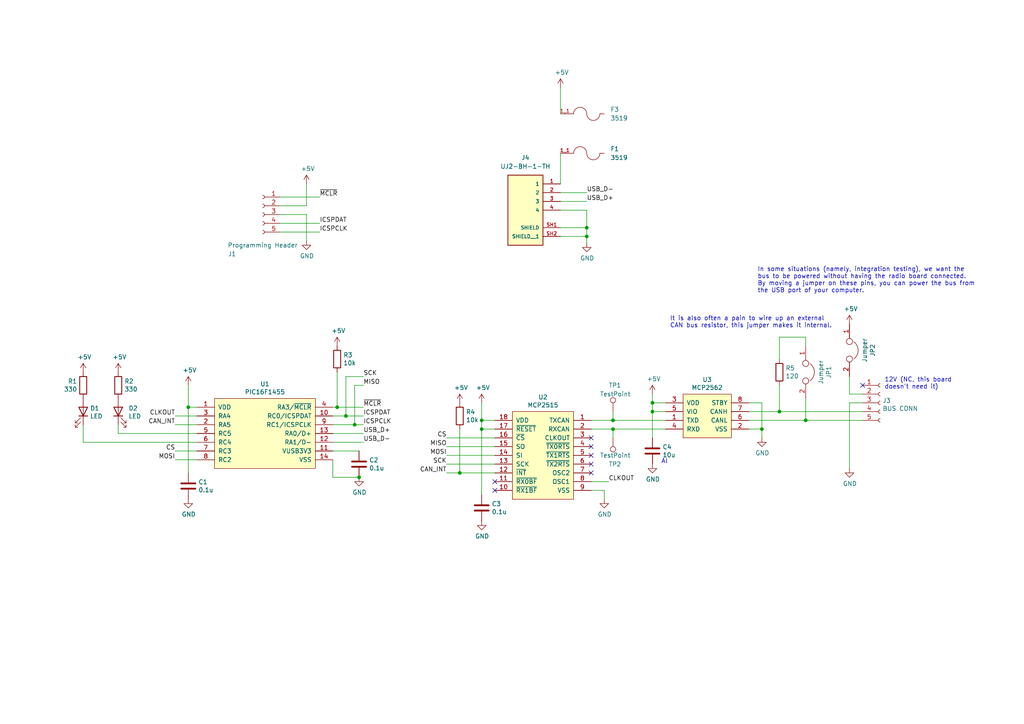
<source format=kicad_sch>
(kicad_sch (version 20230121) (generator eeschema)
  (paper "A4")
  (lib_symbols
    (symbol "3519:3519" (pin_names (offset 1.016))
      (property "Reference" "F" (at -2.54 5.08 0))
      (property "Value" "3519" (at -2.54 -5.08 0))
      (symbol "3519_0_0"
        (arc (start 0 0) (mid -1.905 1.8967) (end -3.81 0) (stroke (width 0.1524)))
        (polyline (pts (xy -5.08 0) (xy -3.81 0)) (stroke (width 0.1524)))
        (polyline (pts (xy 5.08 0) (xy 3.81 0)) (stroke (width 0.1524)))
        (arc (start 0 0) (mid 1.905 -1.8967) (end 3.81 0) (stroke (width 0.1524)))
        (pin passive line (at -7.62 0 0) (length 2.54) (name "~") (number "1_1"))
      )
    )
    (symbol "Connector:TestPoint" (pin_numbers hide) (pin_names (offset 0.762) hide)
      (property "Reference" "TP" (at 0 6.858 0))
      (property "Value" "TestPoint" (at 0 5.08 0))
      (symbol "TestPoint_0_1"
        (circle (center 0 3.302) (radius 0.762))
      )
      (symbol "TestPoint_1_1"
        (pin passive line (at 0 0 90) (length 2.54) (name "1") (number "1"))
      )
    )
    (symbol "Device:C" (pin_numbers hide) (pin_names (offset 0.254))
      (property "Reference" "C" (at 0.635 2.54 0))
      (property "Value" "C" (at 0.635 -2.54 0))
      (symbol "C_0_1"
        (polyline (pts (xy -2.032 -0.762) (xy 2.032 -0.762)) (stroke (width 0.508)))
        (polyline (pts (xy -2.032 0.762) (xy 2.032 0.762)) (stroke (width 0.508)))
      )
      (symbol "C_1_1"
        (pin passive line (at 0 3.81 270) (length 2.794) (name "~") (number "1"))
        (pin passive line (at 0 -3.81 90) (length 2.794) (name "~") (number "2"))
      )
    )
    (symbol "Device:LED" (pin_numbers hide) (pin_names (offset 1.016) hide)
      (property "Reference" "D" (at 0 2.54 0))
      (property "Value" "LED" (at 0 -2.54 0))
      (symbol "LED_0_1"
        (polyline (pts (xy -1.27 -1.27) (xy -1.27 1.27)) (stroke (width 0.254)))
        (polyline (pts (xy -1.27 0) (xy 1.27 0)))
        (polyline (pts (xy 1.27 -1.27) (xy 1.27 1.27) (xy -1.27 0) (xy 1.27 -1.27)) (stroke (width 0.254)))
        (polyline (pts (xy -3.048 -0.762) (xy -4.572 -2.286) (xy -3.81 -2.286) (xy -4.572 -2.286) (xy -4.572 -1.524)))
        (polyline (pts (xy -1.778 -0.762) (xy -3.302 -2.286) (xy -2.54 -2.286) (xy -3.302 -2.286) (xy -3.302 -1.524)))
      )
      (symbol "LED_1_1"
        (pin passive line (at -3.81 0 0) (length 2.54) (name "K") (number "1"))
        (pin passive line (at 3.81 0 180) (length 2.54) (name "A") (number "2"))
      )
    )
    (symbol "Device:R" (pin_numbers hide) (pin_names (offset 0))
      (property "Reference" "R" (at 2.032 0 90))
      (property "Value" "R" (at 0 0 90))
      (symbol "R_0_1"
        (rectangle (start -1.016 -2.54) (end 1.016 2.54) (stroke (width 0.254)))
      )
      (symbol "R_1_1"
        (pin passive line (at 0 3.81 270) (length 1.27) (name "~") (number "1"))
        (pin passive line (at 0 -3.81 90) (length 1.27) (name "~") (number "2"))
      )
    )
    (symbol "UJ2-BH-1-TH:UJ2-BH-1-TH" (pin_names (offset 1.016))
      (property "Reference" "J" (at -5.08 7.62 0))
      (property "Value" "UJ2-BH-1-TH" (at -5.08 -15.24 0))
      (symbol "UJ2-BH-1-TH_0_0"
        (rectangle (start -5.08 -12.7) (end 5.08 7.62) (stroke (width 0.254)) (fill (type background)))
        (pin passive line (at 10.16 5.08 180) (length 5.08) (name "1") (number "1"))
        (pin passive line (at 10.16 2.54 180) (length 5.08) (name "2") (number "2"))
        (pin passive line (at 10.16 0 180) (length 5.08) (name "3") (number "3"))
        (pin passive line (at 10.16 -2.54 180) (length 5.08) (name "4") (number "4"))
        (pin passive line (at 10.16 -7.62 180) (length 5.08) (name "SHIELD") (number "SH1"))
        (pin passive line (at 10.16 -10.16 180) (length 5.08) (name "SHIELD__1") (number "SH2"))
      )
    )
    (symbol "power:+5V" (power) (pin_names (offset 0))
      (property "Value" "+5V" (at 0 3.556 0))
      (symbol "+5V_0_1"
        (polyline (pts (xy -0.762 1.27) (xy 0 2.54)))
        (polyline (pts (xy 0 0) (xy 0 2.54)))
        (polyline (pts (xy 0 2.54) (xy 0.762 1.27)))
      )
      (symbol "+5V_1_1"
        (pin power_in line (at 0 0 90) (length 0) hide (name "+5V") (number "1"))
      )
    )
    (symbol "power:GND" (power) (pin_names (offset 0))
      (property "Value" "GND" (at 0 -3.81 0))
      (symbol "GND_0_1"
        (polyline (pts (xy 0 0) (xy 0 -1.27) (xy 1.27 -1.27) (xy 0 -2.54) (xy -1.27 -1.27) (xy 0 -1.27)))
      )
      (symbol "GND_1_1"
        (pin power_in line (at 0 0 270) (length 0) hide (name "GND") (number "1"))
      )
    )
    (symbol "usbdbg-rescue:Conn_01x05_Female-Connector" (pin_names (offset 1.016) hide)
      (property "Reference" "J" (at 0 7.62 0))
      (property "Value" "Connector_Conn_01x05_Female" (at 0 -7.62 0))
      (symbol "Conn_01x05_Female-Connector_1_1"
        (arc (start 0 -4.572) (mid -0.5058 -5.08) (end 0 -5.588) (stroke (width 0.1524)))
        (arc (start 0 -2.032) (mid -0.5058 -2.54) (end 0 -3.048) (stroke (width 0.1524)))
        (polyline (pts (xy -1.27 -5.08) (xy -0.508 -5.08)) (stroke (width 0.1524)))
        (polyline (pts (xy -1.27 -2.54) (xy -0.508 -2.54)) (stroke (width 0.1524)))
        (polyline (pts (xy -1.27 0) (xy -0.508 0)) (stroke (width 0.1524)))
        (polyline (pts (xy -1.27 2.54) (xy -0.508 2.54)) (stroke (width 0.1524)))
        (polyline (pts (xy -1.27 5.08) (xy -0.508 5.08)) (stroke (width 0.1524)))
        (arc (start 0 0.508) (mid -0.5058 0) (end 0 -0.508) (stroke (width 0.1524)))
        (arc (start 0 3.048) (mid -0.5058 2.54) (end 0 2.032) (stroke (width 0.1524)))
        (arc (start 0 5.588) (mid -0.5058 5.08) (end 0 4.572) (stroke (width 0.1524)))
        (pin passive line (at -5.08 5.08 0) (length 3.81) (name "Pin_1") (number "1"))
        (pin passive line (at -5.08 2.54 0) (length 3.81) (name "Pin_2") (number "2"))
        (pin passive line (at -5.08 0 0) (length 3.81) (name "Pin_3") (number "3"))
        (pin passive line (at -5.08 -2.54 0) (length 3.81) (name "Pin_4") (number "4"))
        (pin passive line (at -5.08 -5.08 0) (length 3.81) (name "Pin_5") (number "5"))
      )
    )
    (symbol "usbdbg-rescue:Jumper-Device" (pin_names (offset 0.762) hide)
      (property "Reference" "JP" (at 0 3.81 0))
      (property "Value" "Device_Jumper" (at 0 -2.032 0))
      (symbol "Jumper-Device_0_1"
        (circle (center -2.54 0) (radius 0.889))
        (arc (start 2.5146 1.27) (mid 0.0078 2.5097) (end -2.4892 1.27))
        (circle (center 2.54 0) (radius 0.889))
        (pin passive line (at -7.62 0 0) (length 4.191) (name "1") (number "1"))
        (pin passive line (at 7.62 0 180) (length 4.191) (name "2") (number "2"))
      )
    )
    (symbol "usbdbg-rescue:MCP2515-canhw" (pin_names (offset 1.016))
      (property "Reference" "U" (at 7.62 8.89 0))
      (property "Value" "canhw_MCP2515" (at -5.08 8.89 0))
      (symbol "MCP2515-canhw_0_1"
        (rectangle (start -8.89 7.62) (end 8.89 -17.78) (fill (type background)))
      )
      (symbol "MCP2515-canhw_1_1"
        (pin bidirectional line (at -13.97 5.08 0) (length 5.08) (name "TXCAN") (number "1"))
        (pin bidirectional line (at 13.97 -15.24 180) (length 5.08) (name "~{RX1BF}") (number "10"))
        (pin bidirectional line (at 13.97 -12.7 180) (length 5.08) (name "~{RX0BF}") (number "11"))
        (pin bidirectional line (at 13.97 -10.16 180) (length 5.08) (name "~{INT}") (number "12"))
        (pin bidirectional line (at 13.97 -7.62 180) (length 5.08) (name "SCK") (number "13"))
        (pin bidirectional line (at 13.97 -5.08 180) (length 5.08) (name "SI") (number "14"))
        (pin bidirectional line (at 13.97 -2.54 180) (length 5.08) (name "SO") (number "15"))
        (pin bidirectional line (at 13.97 0 180) (length 5.08) (name "~{CS}") (number "16"))
        (pin bidirectional line (at 13.97 2.54 180) (length 5.08) (name "~{RESET}") (number "17"))
        (pin power_in line (at 13.97 5.08 180) (length 5.08) (name "VDD") (number "18"))
        (pin bidirectional line (at -13.97 2.54 0) (length 5.08) (name "RXCAN") (number "2"))
        (pin bidirectional line (at -13.97 0 0) (length 5.08) (name "CLKOUT") (number "3"))
        (pin bidirectional line (at -13.97 -2.54 0) (length 5.08) (name "~{TX0RTS}") (number "4"))
        (pin bidirectional line (at -13.97 -5.08 0) (length 5.08) (name "~{TX1RTS}") (number "5"))
        (pin bidirectional line (at -13.97 -7.62 0) (length 5.08) (name "~{TX2RTS}") (number "6"))
        (pin bidirectional line (at -13.97 -10.16 0) (length 5.08) (name "OSC2") (number "7"))
        (pin bidirectional line (at -13.97 -12.7 0) (length 5.08) (name "OSC1") (number "8"))
        (pin power_in line (at -13.97 -15.24 0) (length 5.08) (name "VSS") (number "9"))
      )
    )
    (symbol "usbdbg-rescue:MCP2562-canhw" (pin_names (offset 1.016))
      (property "Reference" "U" (at 5.08 3.81 0))
      (property "Value" "canhw_MCP2562" (at -3.81 3.81 0))
      (symbol "MCP2562-canhw_0_1"
        (rectangle (start -7.62 2.54) (end 6.35 -10.16) (fill (type background)))
      )
      (symbol "MCP2562-canhw_1_1"
        (pin bidirectional line (at -12.7 -5.08 0) (length 5.08) (name "TXD") (number "1"))
        (pin power_in line (at 11.43 -7.62 180) (length 5.08) (name "VSS") (number "2"))
        (pin power_in line (at -12.7 0 0) (length 5.08) (name "VDD") (number "3"))
        (pin bidirectional line (at -12.7 -7.62 0) (length 5.08) (name "RXD") (number "4"))
        (pin bidirectional line (at -12.7 -2.54 0) (length 5.08) (name "VIO") (number "5"))
        (pin bidirectional line (at 11.43 -5.08 180) (length 5.08) (name "CANL") (number "6"))
        (pin bidirectional line (at 11.43 -2.54 180) (length 5.08) (name "CANH") (number "7"))
        (pin bidirectional line (at 11.43 0 180) (length 5.08) (name "STBY") (number "8"))
      )
    )
    (symbol "usbdbg-rescue:PIC16F1455-canhw" (pin_names (offset 1.016))
      (property "Reference" "U" (at 19.05 5.08 0))
      (property "Value" "canhw_PIC16F1455" (at -3.81 5.08 0))
      (symbol "PIC16F1455-canhw_0_1"
        (rectangle (start -8.89 3.81) (end 20.32 -16.51) (fill (type background)))
      )
      (symbol "PIC16F1455-canhw_1_1"
        (pin power_in line (at -13.97 1.27 0) (length 5.08) (name "VDD") (number "1"))
        (pin bidirectional line (at 25.4 -1.27 180) (length 5.08) (name "RC0/ICSPDAT") (number "10"))
        (pin bidirectional line (at 25.4 -11.43 180) (length 5.08) (name "VUSB3V3") (number "11"))
        (pin bidirectional line (at 25.4 -8.89 180) (length 5.08) (name "RA1/D-") (number "12"))
        (pin bidirectional line (at 25.4 -6.35 180) (length 5.08) (name "RA0/D+") (number "13"))
        (pin bidirectional line (at 25.4 -13.97 180) (length 5.08) (name "VSS") (number "14"))
        (pin bidirectional line (at -13.97 -3.81 0) (length 5.08) (name "RA5") (number "2"))
        (pin bidirectional line (at -13.97 -1.27 0) (length 5.08) (name "RA4") (number "3"))
        (pin bidirectional line (at 25.4 1.27 180) (length 5.08) (name "RA3/~{MCLR}") (number "4"))
        (pin bidirectional line (at -13.97 -6.35 0) (length 5.08) (name "RC5") (number "5"))
        (pin bidirectional line (at -13.97 -8.89 0) (length 5.08) (name "RC4") (number "6"))
        (pin bidirectional line (at -13.97 -11.43 0) (length 5.08) (name "RC3") (number "7"))
        (pin bidirectional line (at -13.97 -13.97 0) (length 5.08) (name "RC2") (number "8"))
        (pin bidirectional line (at 25.4 -3.81 180) (length 5.08) (name "RC1/ICSPCLK") (number "9"))
      )
    )
  )
  (junction (at 233.68 121.92))
  (junction (at 226.06 119.38))
  (junction (at 97.79 118.11))
  (junction (at 139.7 121.92))
  (junction (at 177.8 124.46))
  (junction (at 189.23 119.38))
  (junction (at 139.7 124.46))
  (junction (at 102.87 123.19))
  (junction (at 104.14 138.43))
  (junction (at 100.33 120.65))
  (junction (at 189.23 116.84))
  (junction (at 170.18 68.58))
  (junction (at 177.8 121.92))
  (junction (at 170.18 66.04))
  (junction (at 133.35 137.16))
  (junction (at 54.61 118.11))
  (junction (at 220.98 124.46))
  (no_connect (at 171.45 132.08))
  (no_connect (at 171.45 134.62))
  (no_connect (at 250.19 111.76))
  (no_connect (at 143.51 139.7))
  (no_connect (at 171.45 137.16))
  (no_connect (at 171.45 129.54))
  (no_connect (at 171.45 127))
  (no_connect (at 143.51 142.24))
  (wire (pts (xy 96.52 123.19) (xy 102.87 123.19)))
  (wire (pts (xy 96.52 133.35) (xy 96.52 138.43)))
  (wire (pts (xy 233.68 115.57) (xy 233.68 121.92)))
  (wire (pts (xy 170.18 68.58) (xy 170.18 70.485)))
  (wire (pts (xy 24.13 123.19) (xy 24.13 128.27)))
  (wire (pts (xy 24.13 128.27) (xy 57.15 128.27)))
  (wire (pts (xy 170.18 58.42) (xy 162.56 58.42)))
  (wire (pts (xy 233.68 97.79) (xy 233.68 100.33)))
  (wire (pts (xy 226.06 97.79) (xy 233.68 97.79)))
  (wire (pts (xy 100.33 120.65) (xy 105.41 120.65)))
  (wire (pts (xy 129.54 134.62) (xy 143.51 134.62)))
  (wire (pts (xy 217.17 121.92) (xy 233.68 121.92)))
  (wire (pts (xy 129.54 132.08) (xy 143.51 132.08)))
  (wire (pts (xy 88.9 59.69) (xy 81.28 59.69)))
  (wire (pts (xy 162.56 25.4) (xy 162.56 33.02)))
  (wire (pts (xy 54.61 137.16) (xy 54.61 118.11)))
  (wire (pts (xy 162.56 68.58) (xy 170.18 68.58)))
  (wire (pts (xy 133.35 137.16) (xy 143.51 137.16)))
  (wire (pts (xy 220.98 127) (xy 220.98 124.46)))
  (wire (pts (xy 170.18 60.96) (xy 162.56 60.96)))
  (wire (pts (xy 170.18 60.96) (xy 170.18 66.04)))
  (wire (pts (xy 217.17 119.38) (xy 226.06 119.38)))
  (wire (pts (xy 96.52 118.11) (xy 97.79 118.11)))
  (wire (pts (xy 189.23 119.38) (xy 193.04 119.38)))
  (wire (pts (xy 250.19 114.3) (xy 246.38 114.3)))
  (wire (pts (xy 189.23 127) (xy 189.23 119.38)))
  (wire (pts (xy 54.61 111.76) (xy 54.61 118.11)))
  (wire (pts (xy 193.04 116.84) (xy 189.23 116.84)))
  (wire (pts (xy 189.23 114.3) (xy 189.23 116.84)))
  (wire (pts (xy 220.98 124.46) (xy 217.17 124.46)))
  (wire (pts (xy 50.8 120.65) (xy 57.15 120.65)))
  (wire (pts (xy 96.52 125.73) (xy 105.41 125.73)))
  (wire (pts (xy 96.52 128.27) (xy 105.41 128.27)))
  (wire (pts (xy 177.8 119.38) (xy 177.8 121.92)))
  (wire (pts (xy 88.9 62.23) (xy 81.28 62.23)))
  (wire (pts (xy 162.56 44.45) (xy 162.56 53.34)))
  (wire (pts (xy 129.54 127) (xy 143.51 127)))
  (wire (pts (xy 97.79 118.11) (xy 105.41 118.11)))
  (wire (pts (xy 189.23 116.84) (xy 189.23 119.38)))
  (wire (pts (xy 50.8 130.81) (xy 57.15 130.81)))
  (wire (pts (xy 226.06 119.38) (xy 250.19 119.38)))
  (wire (pts (xy 139.7 143.51) (xy 139.7 124.46)))
  (wire (pts (xy 246.38 116.84) (xy 246.38 135.89)))
  (wire (pts (xy 162.56 55.88) (xy 170.18 55.88)))
  (wire (pts (xy 177.8 121.92) (xy 193.04 121.92)))
  (wire (pts (xy 226.06 104.14) (xy 226.06 97.79)))
  (wire (pts (xy 102.87 111.76) (xy 102.87 123.19)))
  (wire (pts (xy 175.26 144.78) (xy 175.26 142.24)))
  (wire (pts (xy 162.56 66.04) (xy 170.18 66.04)))
  (wire (pts (xy 139.7 124.46) (xy 139.7 121.92)))
  (wire (pts (xy 105.41 109.22) (xy 100.33 109.22)))
  (wire (pts (xy 175.26 142.24) (xy 171.45 142.24)))
  (wire (pts (xy 81.28 67.31) (xy 92.71 67.31)))
  (wire (pts (xy 176.53 139.7) (xy 171.45 139.7)))
  (wire (pts (xy 217.17 116.84) (xy 220.98 116.84)))
  (wire (pts (xy 139.7 121.92) (xy 143.51 121.92)))
  (wire (pts (xy 220.98 116.84) (xy 220.98 124.46)))
  (wire (pts (xy 97.79 107.95) (xy 97.79 118.11)))
  (wire (pts (xy 102.87 123.19) (xy 105.41 123.19)))
  (wire (pts (xy 100.33 109.22) (xy 100.33 120.65)))
  (wire (pts (xy 246.38 116.84) (xy 250.19 116.84)))
  (wire (pts (xy 171.45 124.46) (xy 177.8 124.46)))
  (wire (pts (xy 81.28 64.77) (xy 92.71 64.77)))
  (wire (pts (xy 54.61 118.11) (xy 57.15 118.11)))
  (wire (pts (xy 170.18 66.04) (xy 170.18 68.58)))
  (wire (pts (xy 171.45 121.92) (xy 177.8 121.92)))
  (wire (pts (xy 129.54 137.16) (xy 133.35 137.16)))
  (wire (pts (xy 143.51 124.46) (xy 139.7 124.46)))
  (wire (pts (xy 246.38 114.3) (xy 246.38 109.22)))
  (wire (pts (xy 105.41 111.76) (xy 102.87 111.76)))
  (wire (pts (xy 96.52 130.81) (xy 104.14 130.81)))
  (wire (pts (xy 34.29 123.19) (xy 34.29 125.73)))
  (wire (pts (xy 233.68 121.92) (xy 250.19 121.92)))
  (wire (pts (xy 226.06 111.76) (xy 226.06 119.38)))
  (wire (pts (xy 139.7 116.84) (xy 139.7 121.92)))
  (wire (pts (xy 96.52 120.65) (xy 100.33 120.65)))
  (wire (pts (xy 133.35 124.46) (xy 133.35 137.16)))
  (wire (pts (xy 88.9 69.85) (xy 88.9 62.23)))
  (wire (pts (xy 88.9 53.34) (xy 88.9 59.69)))
  (wire (pts (xy 177.8 127) (xy 177.8 124.46)))
  (wire (pts (xy 177.8 124.46) (xy 193.04 124.46)))
  (wire (pts (xy 96.52 138.43) (xy 104.14 138.43)))
  (wire (pts (xy 129.54 129.54) (xy 143.51 129.54)))
  (wire (pts (xy 50.8 123.19) (xy 57.15 123.19)))
  (wire (pts (xy 81.28 57.15) (xy 92.71 57.15)))
  (wire (pts (xy 50.8 133.35) (xy 57.15 133.35)))
  (wire (pts (xy 34.29 125.73) (xy 57.15 125.73)))
  (text "12V (NC, this board\ndoesn't need it)" (at 256.54 113.03 0) (effects (font (size 1.27 1.27)) (justify left bottom)))
  (text "It is also often a pain to wire up an external\nCAN bus resistor, this jumper makes it internal." (at 194.31 95.25 0) (effects (font (size 1.27 1.27)) (justify left bottom)))
  (text "Al" (at 191.77 134.62 0) (effects (font (size 1.27 1.27)) (justify left bottom)))
  (text "In some situations (namely, integration testing), we want the\nbus to be powered without having the radio board connected.\nBy moving a jumper on these pins, you can power the bus from\nthe USB port of your computer." (at 219.71 85.09 0) (effects (font (size 1.27 1.27)) (justify left bottom)))
  (label "CS" (at 129.54 127 180))
  (label "ICSPCLK" (at 92.71 67.31 0))
  (label "MOSI" (at 50.8 133.35 180))
  (label "~{MCLR}" (at 105.41 118.11 0))
  (label "USB_D+" (at 105.41 125.73 0))
  (label "CLKOUT" (at 50.8 120.65 180))
  (label "CS" (at 50.8 130.81 180))
  (label "CAN_INT" (at 50.8 123.19 180))
  (label "MISO" (at 105.41 111.76 0))
  (label "SCK" (at 129.54 134.62 180))
  (label "USB_D-" (at 105.41 128.27 0))
  (label "ICSPDAT" (at 105.41 120.65 0))
  (label "CAN_INT" (at 129.54 137.16 180))
  (label "MOSI" (at 129.54 132.08 180))
  (label "ICSPCLK" (at 105.41 123.19 0))
  (label "MISO" (at 129.54 129.54 180))
  (label "ICSPDAT" (at 92.71 64.77 0))
  (label "CLKOUT" (at 176.53 139.7 0))
  (label "USB_D+" (at 170.18 58.42 0))
  (label "SCK" (at 105.41 109.22 0))
  (label "USB_D-" (at 170.18 55.88 0))
  (label "~{MCLR}" (at 92.71 57.15 0))
  (symbol (lib_id "usbdbg-rescue:PIC16F1455-canhw") (at 71.12 119.38 0) (unit 1)
    (property "Reference" "U1" (at 76.835 111.379 0))
    (property "Value" "PIC16F1455" (at 76.835 113.6904 0))
    (property "Footprint" "Housings_SOIC:SOIC-14_3.9x8.7mm_Pitch1.27mm" (effects hide))
    (property "Datasheet" "https://ww1.microchip.com/downloads/aemDocuments/documents/OTH/ProductDocuments/DataSheets/PIC16LF1454-5-9-14-20-Pin-8-Bit-Flash-USB-Microcontroller-with-XLP-Technology-DS40001639C.pdf" (effects hide))
  )
  (symbol (lib_id "usbdbg-rescue:Conn_01x05_Female-Connector") (at 76.2 62.23 0) (mirror y) (unit 1)
    (property "Reference" "J1" (at 67.31 73.66 0))
    (property "Value" "Programming Header" (at 76.2 71.12 0))
    (property "Footprint" "canhw_footprints:PinHeader_5x2.54_SMD_90deg_952-3198-1-ND" (effects hide))
  )
  (symbol (lib_id "power:+5V") (at 88.9 53.34 0) (unit 1)
    (property "Reference" "#PWR05" (effects hide))
    (property "Value" "+5V" (at 89.281 48.9458 0))
  )
  (symbol (lib_id "power:GND") (at 88.9 69.85 0) (unit 1)
    (property "Reference" "#PWR06" (effects hide))
    (property "Value" "GND" (at 89.027 74.2442 0))
  )
  (symbol (lib_id "usbdbg-rescue:MCP2515-canhw") (at 157.48 127 0) (mirror y) (unit 1)
    (property "Reference" "U2" (at 157.48 115.189 0))
    (property "Value" "MCP2515" (at 157.48 117.5004 0))
    (property "Footprint" "Housings_SOIC:SOIC-18W_7.5x11.6mm_Pitch1.27mm" (effects hide))
  )
  (symbol (lib_id "usbdbg-rescue:MCP2562-canhw") (at 205.74 116.84 0) (unit 1)
    (property "Reference" "U3" (at 205.105 110.109 0))
    (property "Value" "MCP2562" (at 205.105 112.4204 0))
    (property "Footprint" "Housings_SOIC:SOIC-8_3.9x4.9mm_Pitch1.27mm" (effects hide))
    (property "Datasheet" "ww1.microchip.com/downloads/en/devicedoc/20005167c.pdf" (effects hide))
  )
  (symbol (lib_id "power:+5V") (at 54.61 111.76 0) (unit 1)
    (property "Reference" "#PWR03" (effects hide))
    (property "Value" "+5V" (at 54.991 107.3658 0))
  )
  (symbol (lib_id "power:GND") (at 104.14 138.43 0) (unit 1)
    (property "Reference" "#PWR08" (effects hide))
    (property "Value" "GND" (at 104.267 142.8242 0))
  )
  (symbol (lib_id "power:+5V") (at 139.7 116.84 0) (unit 1)
    (property "Reference" "#PWR010" (effects hide))
    (property "Value" "+5V" (at 140.081 112.4458 0))
  )
  (symbol (lib_id "power:+5V") (at 133.35 116.84 0) (unit 1)
    (property "Reference" "#PWR09" (effects hide))
    (property "Value" "+5V" (at 133.731 112.4458 0))
  )
  (symbol (lib_id "power:GND") (at 175.26 144.78 0) (unit 1)
    (property "Reference" "#PWR014" (effects hide))
    (property "Value" "GND" (at 175.387 149.1742 0))
  )
  (symbol (lib_id "power:+5V") (at 189.23 114.3 0) (unit 1)
    (property "Reference" "#PWR015" (effects hide))
    (property "Value" "+5V" (at 189.611 109.9058 0))
  )
  (symbol (lib_id "power:GND") (at 220.98 127 0) (unit 1)
    (property "Reference" "#PWR017" (effects hide))
    (property "Value" "GND" (at 221.107 131.3942 0))
  )
  (symbol (lib_id "power:+5V") (at 34.29 107.95 0) (unit 1)
    (property "Reference" "#PWR02" (effects hide))
    (property "Value" "+5V" (at 34.671 103.5558 0))
  )
  (symbol (lib_id "power:+5V") (at 24.13 107.95 0) (unit 1)
    (property "Reference" "#PWR01" (effects hide))
    (property "Value" "+5V" (at 24.511 103.5558 0))
  )
  (symbol (lib_id "power:+5V") (at 97.79 100.33 0) (unit 1)
    (property "Reference" "#PWR07" (effects hide))
    (property "Value" "+5V" (at 98.171 95.9358 0))
  )
  (symbol (lib_id "Connector:TestPoint") (at 177.8 119.38 0) (unit 1)
    (property "Reference" "TP1" (at 176.53 111.76 0) (effects (justify left)))
    (property "Value" "TestPoint" (at 173.99 114.3 0) (effects (justify left)))
    (property "Footprint" "TestPoint:TestPoint_THTPad_D2.0mm_Drill1.0mm" (effects hide))
  )
  (symbol (lib_id "Connector:TestPoint") (at 177.8 127 180) (unit 1)
    (property "Reference" "TP2" (at 176.53 134.62 0) (effects (justify right)))
    (property "Value" "TestPoint" (at 173.99 132.08 0) (effects (justify right)))
    (property "Footprint" "TestPoint:TestPoint_THTPad_D2.0mm_Drill1.0mm" (effects hide))
  )
  (symbol (lib_id "power:GND") (at 189.23 134.62 0) (unit 1)
    (property "Reference" "#PWR016" (effects hide))
    (property "Value" "GND" (at 189.357 139.0142 0))
  )
  (symbol (lib_id "power:GND") (at 54.61 144.78 0) (unit 1)
    (property "Reference" "#PWR04" (effects hide))
    (property "Value" "GND" (at 54.737 149.1742 0))
  )
  (symbol (lib_id "power:GND") (at 139.7 151.13 0) (unit 1)
    (property "Reference" "#PWR011" (effects hide))
    (property "Value" "GND" (at 139.827 155.5242 0))
  )
  (symbol (lib_id "power:GND") (at 170.18 70.485 0) (unit 1)
    (property "Reference" "#PWR012" (effects hide))
    (property "Value" "GND" (at 170.307 74.8792 0))
  )
  (symbol (lib_id "power:+5V") (at 162.56 25.4 0) (unit 1)
    (property "Reference" "#PWR013" (effects hide))
    (property "Value" "+5V" (at 162.941 21.0058 0))
  )
  (symbol (lib_id "Device:R") (at 24.13 111.76 0) (mirror x) (unit 1)
    (property "Reference" "R1" (at 22.3774 110.5916 0) (effects (justify right)))
    (property "Value" "330" (at 22.3774 112.903 0) (effects (justify right)))
    (property "Footprint" "Resistor_SMD:R_0805_2012Metric_Pad1.15x1.40mm_HandSolder" (effects hide))
  )
  (symbol (lib_id "Device:R") (at 34.29 111.76 0) (unit 1)
    (property "Reference" "R2" (at 36.068 110.5916 0) (effects (justify left)))
    (property "Value" "330" (at 36.068 112.903 0) (effects (justify left)))
    (property "Footprint" "Resistor_SMD:R_0805_2012Metric_Pad1.15x1.40mm_HandSolder" (effects hide))
  )
  (symbol (lib_id "Device:LED") (at 24.13 119.38 270) (mirror x) (unit 1)
    (property "Reference" "D1" (at 26.1112 118.4148 90) (effects (justify left)))
    (property "Value" "LED" (at 26.1112 120.7262 90) (effects (justify left)))
    (property "Footprint" "LED_SMD:LED_1206_3216Metric_Pad1.42x1.75mm_HandSolder" (effects hide))
  )
  (symbol (lib_id "Device:LED") (at 34.29 119.38 90) (unit 1)
    (property "Reference" "D2" (at 37.2618 118.4148 90) (effects (justify right)))
    (property "Value" "LED" (at 37.2618 120.7262 90) (effects (justify right)))
    (property "Footprint" "LED_SMD:LED_1206_3216Metric_Pad1.42x1.75mm_HandSolder" (effects hide))
  )
  (symbol (lib_id "Device:C") (at 54.61 140.97 0) (unit 1)
    (property "Reference" "C1" (at 57.531 139.8016 0) (effects (justify left)))
    (property "Value" "0.1u" (at 57.531 142.113 0) (effects (justify left)))
    (property "Footprint" "Capacitor_SMD:C_0805_2012Metric_Pad1.15x1.40mm_HandSolder" (effects hide))
  )
  (symbol (lib_id "Device:C") (at 104.14 134.62 0) (unit 1)
    (property "Reference" "C2" (at 107.061 133.4516 0) (effects (justify left)))
    (property "Value" "0.1u" (at 107.061 135.763 0) (effects (justify left)))
    (property "Footprint" "Capacitor_SMD:C_0805_2012Metric_Pad1.15x1.40mm_HandSolder" (effects hide))
  )
  (symbol (lib_id "Device:C") (at 139.7 147.32 0) (unit 1)
    (property "Reference" "C3" (at 142.621 146.1516 0) (effects (justify left)))
    (property "Value" "0.1u" (at 142.621 148.463 0) (effects (justify left)))
    (property "Footprint" "Capacitor_SMD:C_0805_2012Metric_Pad1.15x1.40mm_HandSolder" (effects hide))
  )
  (symbol (lib_id "Device:C") (at 189.23 130.81 0) (unit 1)
    (property "Reference" "C4" (at 192.151 129.6416 0) (effects (justify left)))
    (property "Value" "10u" (at 192.151 131.953 0) (effects (justify left)))
    (property "Footprint" "Capacitor_SMD:C_0805_2012Metric_Pad1.15x1.40mm_HandSolder" (effects hide))
  )
  (symbol (lib_id "Device:R") (at 133.35 120.65 0) (unit 1)
    (property "Reference" "R4" (at 135.128 119.4816 0) (effects (justify left)))
    (property "Value" "10k" (at 135.128 121.793 0) (effects (justify left)))
    (property "Footprint" "Resistor_SMD:R_0805_2012Metric_Pad1.15x1.40mm_HandSolder" (effects hide))
  )
  (symbol (lib_id "Device:R") (at 97.79 104.14 0) (unit 1)
    (property "Reference" "R3" (at 99.568 102.9716 0) (effects (justify left)))
    (property "Value" "10k" (at 99.568 105.283 0) (effects (justify left)))
    (property "Footprint" "Resistor_SMD:R_0805_2012Metric_Pad1.15x1.40mm_HandSolder" (effects hide))
  )
  (symbol (lib_id "power:GND") (at 246.38 135.89 0) (unit 1)
    (property "Reference" "#PWR019" (effects hide))
    (property "Value" "GND" (at 246.507 140.2842 0))
  )
  (symbol (lib_id "usbdbg-rescue:Conn_01x05_Female-Connector") (at 255.27 116.84 0) (unit 1)
    (property "Reference" "J3" (at 255.9812 116.1796 0) (effects (justify left)))
    (property "Value" "BUS CONN" (at 255.9812 118.491 0) (effects (justify left)))
    (property "Footprint" "canhw_footprints:PinHeader_5x2.54_SMD_90deg_952-3198-1-ND" (effects hide))
  )
  (symbol (lib_id "power:+5V") (at 246.38 93.98 0) (unit 1)
    (property "Reference" "#PWR018" (effects hide))
    (property "Value" "+5V" (at 246.761 89.5858 0))
  )
  (symbol (lib_id "usbdbg-rescue:Jumper-Device") (at 246.38 101.6 270) (unit 1)
    (property "Reference" "JP2" (at 253.0856 101.6 0))
    (property "Value" "Jumper" (at 250.7742 101.6 0))
    (property "Footprint" "Connector_PinSocket_2.54mm:PinSocket_1x02_P2.54mm_Vertical" (effects hide))
  )
  (symbol (lib_id "Device:R") (at 226.06 107.95 0) (unit 1)
    (property "Reference" "R5" (at 227.838 106.7816 0) (effects (justify left)))
    (property "Value" "120" (at 227.838 109.093 0) (effects (justify left)))
    (property "Footprint" "Resistor_SMD:R_0805_2012Metric_Pad1.20x1.40mm_HandSolder" (effects hide))
  )
  (symbol (lib_id "usbdbg-rescue:Jumper-Device") (at 233.68 107.95 270) (unit 1)
    (property "Reference" "JP1" (at 240.3856 107.95 0))
    (property "Value" "Jumper" (at 238.0742 107.95 0))
    (property "Footprint" "Connector_PinSocket_2.54mm:PinSocket_1x02_P2.54mm_Vertical" (effects hide))
  )
  (symbol (lib_id "UJ2-BH-1-TH:UJ2-BH-1-TH") (at 152.4 58.42 0) (unit 1)
    (property "Reference" "J4" (at 152.4 45.72 0))
    (property "Value" "UJ2-BH-1-TH" (at 152.4 48.26 0))
    (property "Footprint" "CUI_UJ2-BH-1-TH" (effects hide))
    (property "Datasheet" "https://www.cuidevices.com/product/resource/uj2-bh-th.pdf" (effects hide))
    (property "STANDARD" "MANUFACTURER RECOMENDATION" (effects hide))
    (property "PART_REV" "1.0" (effects hide))
    (property "MANUFACTURER" "CUI INC" (effects hide))
  )
  (symbol (lib_id "3519:3519") (at 170.18 33.02 0) (unit 1)
    (property "Reference" "F3" (at 177.038 31.75 0) (effects (justify left)))
    (property "Value" "3519" (at 177.038 34.29 0) (effects (justify left)))
    (property "Footprint" "3519:FUSE_3519" (effects hide))
    (property "PARTREV" "D" (effects hide))
    (property "STANDARD" "Manufacturer Recommendation" (effects hide))
    (property "SNAPEDA_PN" "3519" (effects hide))
    (property "MAXIMUM_PACKAGE_HEIGHT" "9.52mm" (effects hide))
    (property "MANUFACTURER" "Keystone" (effects hide))
  )
  (symbol (lib_id "3519:3519") (at 170.18 44.45 0) (unit 1)
    (property "Reference" "F1" (at 177.038 43.18 0) (effects (justify left)))
    (property "Value" "3519" (at 177.038 45.72 0) (effects (justify left)))
    (property "Footprint" "3519:FUSE_3519" (effects hide))
    (property "PARTREV" "D" (effects hide))
    (property "STANDARD" "Manufacturer Recommendation" (effects hide))
    (property "SNAPEDA_PN" "3519" (effects hide))
    (property "MAXIMUM_PACKAGE_HEIGHT" "9.52mm" (effects hide))
    (property "MANUFACTURER" "Keystone" (effects hide))
  )
)
</source>
